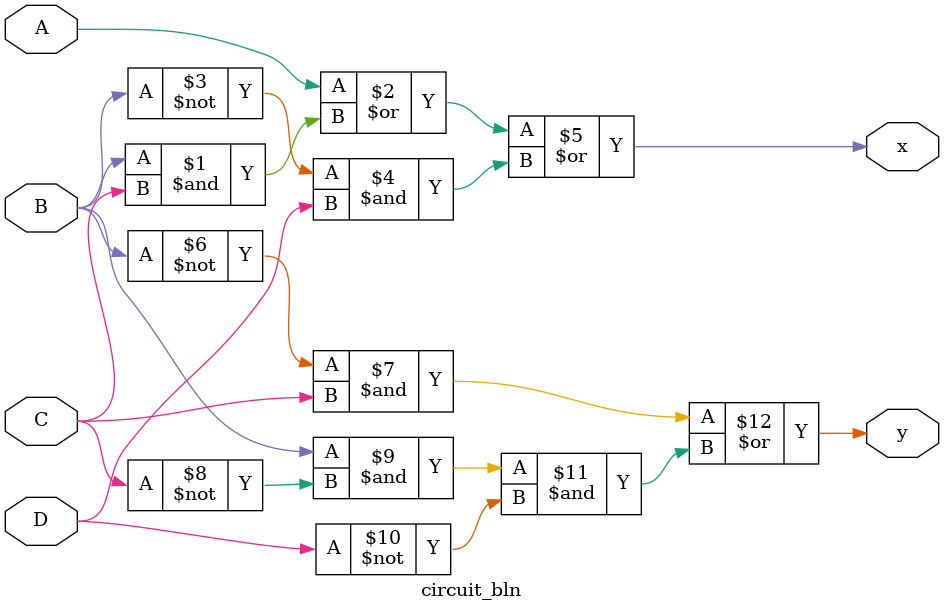
<source format=v>


//Procedural which is used for circuits with storage, or as a convenient way to write conditional logic.
//Procedural code is written like c code and assumes every assignment is stored in memory until over written.
//people prefer procedural code because it is usually much easier to write,
// for example, if and case statements are only allowed in procedural code.

//always @(posedge clk) // Execute the next statement on every rising clock edge.
// count <= count+1; 

module half_adder1(x, y, sum, carry);

	input x;
	input y;
	output sum;
	output carry;

	assign sum = x ^ y;
	assign carry = x & y;

endmodule

module half_adder2(A, B, Sum, C_out);

	input A;
	input B;
	output Sum;
	output C_out;
	
	//Basic Logic gates in Verilog:
	//and, or, not, but, xor, nand, nor, xnor
	
	xor(Sum, A, B);
	and(C_out, A, B);

endmodule


module smpl_circuit (A,B,C,x,y);

		input A,B,C;
		output x,y;
		wire e;
		
		and g1(e,A,B);
		not g2(y,C);
		or g3(x,e,y);
		
endmodule

module circuit_bln (x, y, A, B, C, D);

	input A,B,C,D;
	output x,y;
	
	assign x = A | (B & C) | (~B & D);
	assign y = (~B & C) | (B & ~C & ~D);
	
endmodule



</source>
